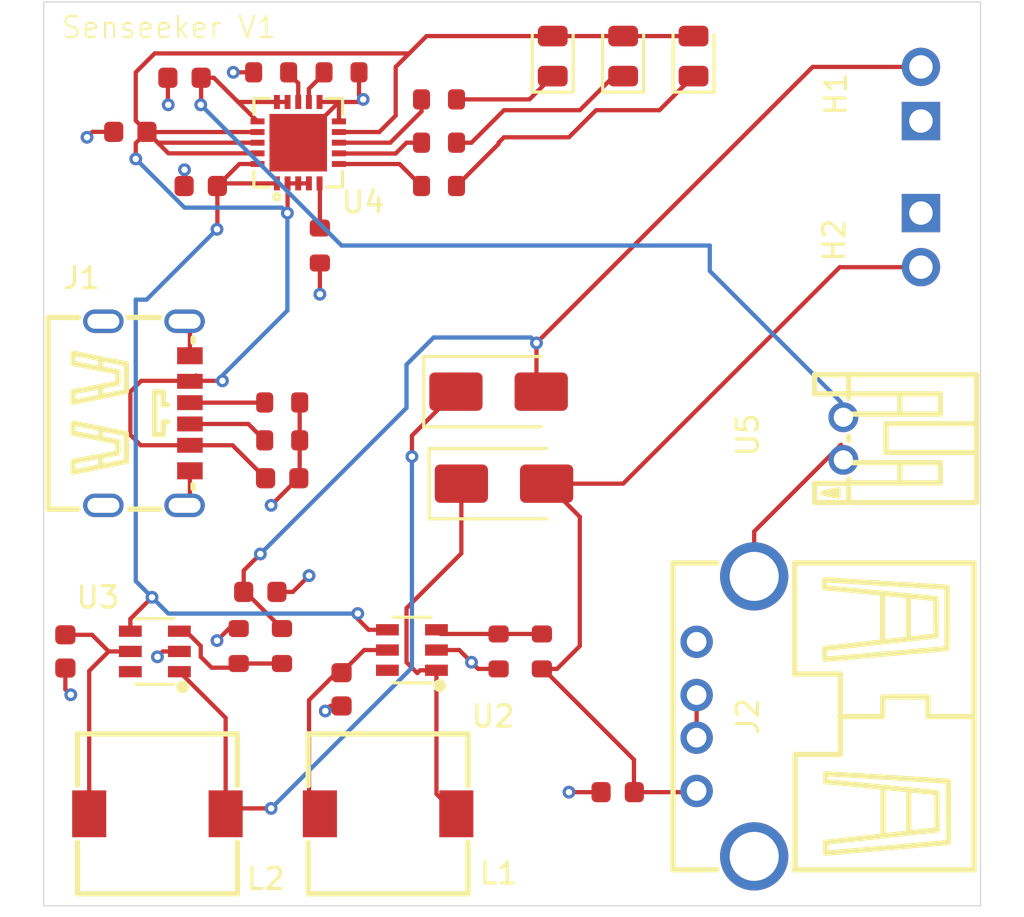
<source format=kicad_pcb>
(kicad_pcb (version 20241229) (generator "pcbnew") (generator_version "9.0")
  (layers (0 "F.Cu" signal) (2 "B.Cu" signal) (13 "F.Paste" user) (15 "B.Paste" user) (5 "F.SilkS" user "F.Silkscreen") (7 "B.SilkS" user "B.Silkscreen") (1 "F.Mask" user) (3 "B.Mask" user) (25 "Edge.Cuts" user))
  (net 0 "")
  (net 1 "/VSYS")
  (net 2 "Net-(U4-STAT1{slash}~{LBO})")
  (net 3 "VBUS")
  (net 4 "GND")
  (net 5 "Net-(U4-STAT2)")
  (net 6 "Net-(U4-THERM)")
  (net 7 "Net-(U4-~{PG})")
  (net 8 "Net-(U4-PROG1)")
  (net 9 "Net-(U4-PROG3)")
  (net 10 "Net-(U2-IN)")
  (net 11 "Net-(U4-V_{BAT_SENSE})")
  (net 12 "Net-(U2-FB)")
  (net 14 "Net-(U3-IN)")
  (net 15 "Net-(U3-FB)")
  (net 17 "Net-(U3-SW)")
  (net 18 "/5 Vout")
  (net 19 "Net-(J1-CC1)")
  (net 20 "Net-(J1-CC2)")
  (net 21 "Net-(U2-SW)")
  (net 22 "Net-(D1-Pad1)")
  (net 23 "Net-(D2-Pad1)")
  (net 24 "Net-(D3-Pad1)")
  (net 25 "/12 Vout")
  (net 26 "Net-(J2-D+)")
  (footprint "PCM_JLCPCB:C_0603" (layer "F.Cu") (at 57.15 83.566 180)
    (property "Reference" "C3" (hide yes))
    (property "Value" "22uF")
    (pad "1" smd roundrect (at -0.78 0 180) (size 0.9 0.95) (layers "F.Cu" "F.Mask" "F.Paste") (net 4 "GND"))
    (pad "2" smd roundrect (at 0.78 0 180) (size 0.9 0.95) (layers "F.Cu" "F.Mask" "F.Paste") (net 25 "/12 Vout"))
  )
  (footprint "easyeda2kicad:IND-SMD_L7.5-W7.5" (layer "F.Cu") (at 63.144 93.98)
    (property "Reference" "L1" (at 5.182 2.794 0) (layer "F.SilkS"))
    (property "Value" "22uH")
    (pad "1" smd rect (at -3.2 0 90) (size 2.2 1.6) (layers "F.Cu" "F.Mask" "F.Paste") (net 10 "Net-(U2-IN)"))
    (pad "2" smd rect (at 3.2 0 90) (size 2.2 1.6) (layers "F.Cu" "F.Mask" "F.Paste") (net 21 "Net-(U2-SW)"))
  )
  (footprint "PCM_JLCPCB:R_0603" (layer "F.Cu") (at 58.166 86.106 -90)
    (property "Reference" "R8" (hide yes))
    (property "Value" "91kΩ")
    (pad "1" smd roundrect (at -0.82 0 270) (size 0.8 0.95) (layers "F.Cu" "F.Mask" "F.Paste") (net 25 "/12 Vout"))
    (pad "2" smd roundrect (at 0.82 0 270) (size 0.8 0.95) (layers "F.Cu" "F.Mask" "F.Paste") (net 15 "Net-(U3-FB)"))
  )
  (footprint "easyeda2kicad:HDR-TH_2P-P2.54-V-M-1" (layer "F.Cu") (at 88.138 60.198 90)
    (property "Reference" "H1" (at 0 -4 90) (layer "F.SilkS"))
    (property "Value" "12V_Sensor")
    (pad "1" thru_hole rect (at -1.27 0 90) (size 1.8 1.8) (drill 1.100023) (layers "*.Cu" "*.Mask") (net 4 "GND"))
    (pad "2" thru_hole circle (at 1.27 0 90) (size 1.8 1.8) (drill 1.100023) (layers "*.Cu" "*.Mask") (net 25 "/12 Vout"))
  )
  (footprint "PCM_JLCPCB:R_0603" (layer "F.Cu") (at 60.96 59.182)
    (property "Reference" "RPROG3" (hide yes))
    (property "Value" "10kΩ")
    (pad "1" smd roundrect (at -0.82 0) (size 0.8 0.95) (layers "F.Cu" "F.Mask" "F.Paste") (net 9 "Net-(U4-PROG3)"))
    (pad "2" smd roundrect (at 0.82 0) (size 0.8 0.95) (layers "F.Cu" "F.Mask" "F.Paste") (net 4 "GND"))
  )
  (footprint "PCM_JLCPCB:R_0603" (layer "F.Cu") (at 65.532 62.484 180)
    (property "Reference" "R6" (hide yes))
    (property "Value" "470Ω")
    (pad "1" smd roundrect (at -0.82 0 180) (size 0.8 0.95) (layers "F.Cu" "F.Mask" "F.Paste") (net 24 "Net-(D3-Pad1)"))
    (pad "2" smd roundrect (at 0.82 0 180) (size 0.8 0.95) (layers "F.Cu" "F.Mask" "F.Paste") (net 5 "Net-(U4-STAT2)"))
  )
  (footprint "PCM_JLCPCB:R_0603" (layer "F.Cu") (at 65.532 60.452 180)
    (property "Reference" "R7" (hide yes))
    (property "Value" "470Ω")
    (pad "1" smd roundrect (at -0.82 0 180) (size 0.8 0.95) (layers "F.Cu" "F.Mask" "F.Paste") (net 22 "Net-(D1-Pad1)"))
    (pad "2" smd roundrect (at 0.82 0 180) (size 0.8 0.95) (layers "F.Cu" "F.Mask" "F.Paste") (net 2 "Net-(U4-STAT1{slash}~{LBO})"))
  )
  (footprint "PCM_JLCPCB:R_0603" (layer "F.Cu") (at 58.1765 76.454)
    (property "Reference" "R2" (hide yes))
    (property "Value" "5.1kΩ")
    (pad "1" smd roundrect (at -0.82 0) (size 0.8 0.95) (layers "F.Cu" "F.Mask" "F.Paste") (net 20 "Net-(J1-CC2)"))
    (pad "2" smd roundrect (at 0.82 0) (size 0.8 0.95) (layers "F.Cu" "F.Mask" "F.Paste") (net 4 "GND"))
  )
  (footprint "PCM_JLCPCB:C_0603" (layer "F.Cu") (at 60.96 88.138 -90)
    (property "Reference" "C7" (hide yes))
    (property "Value" "22uF")
    (pad "1" smd roundrect (at -0.78 0 270) (size 0.9 0.95) (layers "F.Cu" "F.Mask" "F.Paste") (net 10 "Net-(U2-IN)"))
    (pad "2" smd roundrect (at 0.78 0 270) (size 0.9 0.95) (layers "F.Cu" "F.Mask" "F.Paste") (net 4 "GND"))
  )
  (footprint "PCM_JLCPCB:R_0603" (layer "F.Cu") (at 58.1765 74.676)
    (property "Reference" "R1" (hide yes))
    (property "Value" "5.1kΩ")
    (pad "1" smd roundrect (at -0.82 0) (size 0.8 0.95) (layers "F.Cu" "F.Mask" "F.Paste") (net 19 "Net-(J1-CC1)"))
    (pad "2" smd roundrect (at 0.82 0) (size 0.8 0.95) (layers "F.Cu" "F.Mask" "F.Paste") (net 4 "GND"))
  )
  (footprint "easyeda2kicad:TYPE-C-SMD_TYPE-C-6P" (layer "F.Cu") (at 51.818 75.184 -90)
    (property "Reference" "J1" (at -6.35 3.05 180) (layer "F.SilkS"))
    (property "Value" "USB_C_Receptacle_PowerOnly_6P")
    (pad "A5" smd rect (at -0.5 -2.03 270) (size 0.7 1.2) (layers "F.Cu" "F.Mask" "F.Paste") (net 19 "Net-(J1-CC1)"))
    (pad "A9" smd rect (at 1.5 -2.03 270) (size 0.7 1.2) (layers "F.Cu" "F.Mask" "F.Paste") (net 3 "VBUS"))
    (pad "A12" smd rect (at 2.7 -2.03 270) (size 0.8 1.2) (layers "F.Cu" "F.Mask" "F.Paste") (net 4 "GND"))
    (pad "B5" smd rect (at 0.5 -2.03 270) (size 0.7 1.2) (layers "F.Cu" "F.Mask" "F.Paste") (net 20 "Net-(J1-CC2)"))
    (pad "B9" smd rect (at -1.5 -2.03 270) (size 0.7 1.2) (layers "F.Cu" "F.Mask" "F.Paste") (net 3 "VBUS"))
    (pad "B12" smd rect (at -2.7 -2.03 270) (size 0.8 1.2) (layers "F.Cu" "F.Mask" "F.Paste") (net 4 "GND"))
    (pad "S1" thru_hole oval (at -4.32 -1.78 270) (size 1.1 1.9) (drill oval 0.700024 1.500022) (layers "*.Cu" "*.Mask") (net 4 "GND"))
    (pad "S1" thru_hole oval (at -4.32 2.03 270) (size 1.1 1.9) (drill oval 0.700024 1.500022) (layers "*.Cu" "*.Mask") (net 4 "GND"))
    (pad "S1" thru_hole oval (at 4.32 -1.78 270) (size 1.1 1.9) (drill oval 0.700024 1.500022) (layers "*.Cu" "*.Mask") (net 4 "GND"))
    (pad "S1" thru_hole oval (at 4.32 2.03 270) (size 1.1 1.9) (drill oval 0.700024 1.500022) (layers "*.Cu" "*.Mask") (net 4 "GND"))
  )
  (footprint "PCM_JLCPCB:R_0603" (layer "F.Cu") (at 59.944 67.31 -90)
    (property "Reference" "R5" (hide yes))
    (property "Value" "10kΩ")
    (pad "1" smd roundrect (at -0.82 0 270) (size 0.8 0.95) (layers "F.Cu" "F.Mask" "F.Paste") (net 6 "Net-(U4-THERM)"))
    (pad "2" smd roundrect (at 0.82 0 270) (size 0.8 0.95) (layers "F.Cu" "F.Mask" "F.Paste") (net 4 "GND"))
  )
  (footprint "easyeda2kicad:SOT-23-6_L2.9-W1.6-P0.95-LS2.8-BL" (layer "F.Cu") (at 64.262 86.294 90)
    (property "Reference" "U2" (at -3.114 3.81 180) (layer "F.SilkS"))
    (property "Value" "MT3608")
    (pad "1" smd rect (at -0.95 1.15 90) (size 0.53 1.07) (layers "F.Cu" "F.Mask" "F.Paste") (net 21 "Net-(U2-SW)"))
    (pad "2" smd rect (at 0 1.15 90) (size 0.53 1.07) (layers "F.Cu" "F.Mask" "F.Paste") (net 4 "GND"))
    (pad "3" smd rect (at 0.95 1.15 90) (size 0.53 1.07) (layers "F.Cu" "F.Mask" "F.Paste") (net 12 "Net-(U2-FB)"))
    (pad "4" smd rect (at 0.95 -1.15 90) (size 0.53 1.07) (layers "F.Cu" "F.Mask" "F.Paste") (net 1 "/VSYS"))
    (pad "5" smd rect (at 0 -1.15 90) (size 0.53 1.07) (layers "F.Cu" "F.Mask" "F.Paste") (net 10 "Net-(U2-IN)"))
    (pad "6" smd rect (at -0.95 -1.15 90) (size 0.53 1.07) (layers "F.Cu" "F.Mask" "F.Paste"))
  )
  (footprint "PCM_JLCPCB:C_0603" (layer "F.Cu") (at 51.054 61.976 180)
    (property "Reference" "C2" (hide yes))
    (property "Value" "100nF")
    (pad "1" smd roundrect (at -0.78 0 180) (size 0.9 0.95) (layers "F.Cu" "F.Mask" "F.Paste") (net 3 "VBUS"))
    (pad "2" smd roundrect (at 0.78 0 180) (size 0.9 0.95) (layers "F.Cu" "F.Mask" "F.Paste") (net 4 "GND"))
  )
  (footprint "PCM_JLCPCB:C_0603" (layer "F.Cu") (at 73.914 92.964)
    (property "Reference" "C4" (hide yes))
    (property "Value" "22uF")
    (pad "1" smd roundrect (at -0.78 0) (size 0.9 0.95) (layers "F.Cu" "F.Mask" "F.Paste") (net 4 "GND"))
    (pad "2" smd roundrect (at 0.78 0) (size 0.9 0.95) (layers "F.Cu" "F.Mask" "F.Paste") (net 18 "/5 Vout"))
  )
  (footprint "easyeda2kicad:CONN-TH_S2B-PH-K-S-GW" (layer "F.Cu") (at 84.498218 76.37041 -90)
    (property "Reference" "U5" (at -0.17041 4.488218 90) (layer "F.SilkS"))
    (property "Value" "Battery Input")
    (pad "1" thru_hole circle (at 1 0 270) (size 1.4 1.4) (drill 0.900024) (layers "*.Cu" "*.Mask") (net 4 "GND"))
    (pad "2" thru_hole circle (at -1 0 270) (size 1.4 1.4) (drill 0.900024) (layers "*.Cu" "*.Mask") (net 11 "Net-(U4-V_{BAT_SENSE})"))
  )
  (footprint "PCM_JLCPCB:D_SMA" (layer "F.Cu") (at 68.58 78.486)
    (property "Reference" "D5" (hide yes))
    (property "Value" "SS34")
    (pad "1" smd roundrect (at -2 0) (size 2.5 1.8) (layers "F.Cu" "F.Mask" "F.Paste") (roundrect_rratio 0.1388888889) (net 21 "Net-(U2-SW)"))
    (pad "2" smd roundrect (at 2 0) (size 2.5 1.8) (layers "F.Cu" "F.Mask" "F.Paste") (roundrect_rratio 0.1388888889) (net 18 "/5 Vout"))
  )
  (footprint "easyeda2kicad:SOT-23-6_L2.9-W1.6-P0.95-LS2.8-BL" (layer "F.Cu") (at 52.204 86.36 90)
    (property "Reference" "U3" (at 2.54 -2.674 180) (layer "F.SilkS"))
    (property "Value" "MT3608")
    (pad "1" smd rect (at -0.95 1.15 90) (size 0.53 1.07) (layers "F.Cu" "F.Mask" "F.Paste") (net 17 "Net-(U3-SW)"))
    (pad "2" smd rect (at 0 1.15 90) (size 0.53 1.07) (layers "F.Cu" "F.Mask" "F.Paste") (net 4 "GND"))
    (pad "3" smd rect (at 0.95 1.15 90) (size 0.53 1.07) (layers "F.Cu" "F.Mask" "F.Paste") (net 15 "Net-(U3-FB)"))
    (pad "4" smd rect (at 0.95 -1.15 90) (size 0.53 1.07) (layers "F.Cu" "F.Mask" "F.Paste") (net 1 "/VSYS"))
    (pad "5" smd rect (at 0 -1.15 90) (size 0.53 1.07) (layers "F.Cu" "F.Mask" "F.Paste") (net 14 "Net-(U3-IN)"))
    (pad "6" smd rect (at -0.95 -1.15 90) (size 0.53 1.07) (layers "F.Cu" "F.Mask" "F.Paste"))
  )
  (footprint "PCM_JLCPCB:R_0603" (layer "F.Cu") (at 68.326 86.36 -90)
    (property "Reference" "R3" (hide yes))
    (property "Value" "3kΩ")
    (pad "1" smd roundrect (at -0.82 0 270) (size 0.8 0.95) (layers "F.Cu" "F.Mask" "F.Paste") (net 12 "Net-(U2-FB)"))
    (pad "2" smd roundrect (at 0.82 0 270) (size 0.8 0.95) (layers "F.Cu" "F.Mask" "F.Paste") (net 4 "GND"))
  )
  (footprint "PCM_JLCPCB:D_0805" (layer "F.Cu") (at 70.866 58.42 90)
    (property "Reference" "D1" (hide yes))
    (property "Value" "Red")
    (pad "1" smd roundrect (at -0.94 0 90) (size 0.97 1.4) (layers "F.Cu" "F.Mask" "F.Paste") (net 22 "Net-(D1-Pad1)"))
    (pad "2" smd roundrect (at 0.94 0 90) (size 0.97 1.4) (layers "F.Cu" "F.Mask" "F.Paste") (net 3 "VBUS"))
  )
  (footprint "PCM_JLCPCB:R_0603" (layer "F.Cu") (at 57.658 59.182)
    (property "Reference" "RPROG1" (hide yes))
    (property "Value" "1kΩ")
    (pad "1" smd roundrect (at -0.82 0) (size 0.8 0.95) (layers "F.Cu" "F.Mask" "F.Paste") (net 4 "GND"))
    (pad "2" smd roundrect (at 0.82 0) (size 0.8 0.95) (layers "F.Cu" "F.Mask" "F.Paste") (net 8 "Net-(U4-PROG1)"))
  )
  (footprint "PCM_JLCPCB:D_0805" (layer "F.Cu") (at 77.47 58.42 90)
    (property "Reference" "D2" (hide yes))
    (property "Value" "Yellow")
    (pad "1" smd roundrect (at -0.94 0 90) (size 0.97 1.4) (layers "F.Cu" "F.Mask" "F.Paste") (net 23 "Net-(D2-Pad1)"))
    (pad "2" smd roundrect (at 0.94 0 90) (size 0.97 1.4) (layers "F.Cu" "F.Mask" "F.Paste") (net 3 "VBUS"))
  )
  (footprint "PCM_JLCPCB:R_0603" (layer "F.Cu") (at 65.532 64.516 180)
    (property "Reference" "R11" (hide yes))
    (property "Value" "470Ω")
    (pad "1" smd roundrect (at -0.82 0 180) (size 0.8 0.95) (layers "F.Cu" "F.Mask" "F.Paste") (net 23 "Net-(D2-Pad1)"))
    (pad "2" smd roundrect (at 0.82 0 180) (size 0.8 0.95) (layers "F.Cu" "F.Mask" "F.Paste") (net 7 "Net-(U4-~{PG})"))
  )
  (footprint "easyeda2kicad:USB-A-TH_AF-WJDG" (layer "F.Cu") (at 78.966 89.408 90)
    (property "Reference" "J2" (at 0 1.044 90) (layer "F.SilkS"))
    (property "Value" "USB_A")
    (pad "1" thru_hole circle (at -3.5 -1.35) (size 1.52 1.52) (drill 0.919988) (layers "*.Cu" "*.Mask") (net 18 "/5 Vout"))
    (pad "2" thru_hole circle (at -1 -1.35) (size 1.52 1.52) (drill 0.919988) (layers "*.Cu" "*.Mask") (net 26 "Net-(J2-D+)"))
    (pad "3" thru_hole circle (at 1 -1.35) (size 1.52 1.52) (drill 0.919988) (layers "*.Cu" "*.Mask") (net 26 "Net-(J2-D+)"))
    (pad "4" thru_hole circle (at 3.5 -1.35) (size 1.52 1.52) (drill 0.919988) (layers "*.Cu" "*.Mask") (net 4 "GND"))
    (pad "5" thru_hole circle (at -6.57 1.35 180) (size 3.2 3.2) (drill 2.300021) (layers "*.Cu" "*.Mask") (net 4 "GND"))
    (pad "5" thru_hole circle (at 6.57 1.35 180) (size 3.2 3.2) (drill 2.300021) (layers "*.Cu" "*.Mask") (net 4 "GND"))
  )
  (footprint "PCM_JLCPCB:C_0603" (layer "F.Cu") (at 53.594 59.436)
    (property "Reference" "C1" (hide yes))
    (property "Value" "4.7uF")
    (pad "1" smd roundrect (at -0.78 0) (size 0.9 0.95) (layers "F.Cu" "F.Mask" "F.Paste") (net 4 "GND"))
    (pad "2" smd roundrect (at 0.78 0) (size 0.9 0.95) (layers "F.Cu" "F.Mask" "F.Paste") (net 11 "Net-(U4-V_{BAT_SENSE})"))
  )
  (footprint "easyeda2kicad:IND-SMD_L7.5-W7.5" (layer "F.Cu") (at 52.324 93.98)
    (property "Reference" "L2" (at 5.08 3.048 0) (layer "F.SilkS"))
    (property "Value" "22uH")
    (pad "1" smd rect (at -3.2 0 90) (size 2.2 1.6) (layers "F.Cu" "F.Mask" "F.Paste") (net 14 "Net-(U3-IN)"))
    (pad "2" smd rect (at 3.2 0 90) (size 2.2 1.6) (layers "F.Cu" "F.Mask" "F.Paste") (net 17 "Net-(U3-SW)"))
  )
  (footprint "PCM_JLCPCB:C_0603" (layer "F.Cu") (at 54.356 64.516)
    (property "Reference" "C6" (hide yes))
    (property "Value" "4.7uF")
    (pad "1" smd roundrect (at -0.78 0) (size 0.9 0.95) (layers "F.Cu" "F.Mask" "F.Paste") (net 4 "GND"))
    (pad "2" smd roundrect (at 0.78 0) (size 0.9 0.95) (layers "F.Cu" "F.Mask" "F.Paste") (net 1 "/VSYS"))
  )
  (footprint "PCM_JLCPCB:D_0805" (layer "F.Cu") (at 74.168 58.42 90)
    (property "Reference" "D3" (hide yes))
    (property "Value" "Green")
    (pad "1" smd roundrect (at -0.94 0 90) (size 0.97 1.4) (layers "F.Cu" "F.Mask" "F.Paste") (net 24 "Net-(D3-Pad1)"))
    (pad "2" smd roundrect (at 0.94 0 90) (size 0.97 1.4) (layers "F.Cu" "F.Mask" "F.Paste") (net 3 "VBUS"))
  )
  (footprint "PCM_JLCPCB:C_0603" (layer "F.Cu") (at 58.1765 78.232 180)
    (property "Reference" "C8" (hide yes))
    (property "Value" "10uF")
    (pad "1" smd roundrect (at -0.78 0 180) (size 0.9 0.95) (layers "F.Cu" "F.Mask" "F.Paste") (net 4 "GND"))
    (pad "2" smd roundrect (at 0.78 0 180) (size 0.9 0.95) (layers "F.Cu" "F.Mask" "F.Paste") (net 3 "VBUS"))
  )
  (footprint "easyeda2kicad:QFN-20_L4.0-W4.0-P0.5-BL-EP" (layer "F.Cu") (at 58.928 62.484)
    (property "Reference" "U4" (at 3.048 2.794 0) (layer "F.SilkS"))
    (property "Value" "MCP73871")
    (pad "1" smd rect (at -1 1.91) (size 0.28 0.66) (layers "F.Cu" "F.Mask" "F.Paste") (net 1 "/VSYS"))
    (pad "2" smd rect (at -0.5 1.91) (size 0.28 0.66) (layers "F.Cu" "F.Mask" "F.Paste") (net 3 "VBUS"))
    (pad "3" smd rect (at 0 1.91) (size 0.28 0.66) (layers "F.Cu" "F.Mask" "F.Paste") (net 3 "VBUS"))
    (pad "4" smd rect (at 0.5 1.91) (size 0.28 0.66) (layers "F.Cu" "F.Mask" "F.Paste") (net 3 "VBUS"))
    (pad "5" smd rect (at 1 1.91) (size 0.28 0.66) (layers "F.Cu" "F.Mask" "F.Paste") (net 6 "Net-(U4-THERM)"))
    (pad "6" smd rect (at 1.91 1) (size 0.66 0.28) (layers "F.Cu" "F.Mask" "F.Paste") (net 7 "Net-(U4-~{PG})"))
    (pad "7" smd rect (at 1.91 0.5) (size 0.66 0.28) (layers "F.Cu" "F.Mask" "F.Paste") (net 5 "Net-(U4-STAT2)"))
    (pad "8" smd rect (at 1.91 0) (size 0.66 0.28) (layers "F.Cu" "F.Mask" "F.Paste") (net 2 "Net-(U4-STAT1{slash}~{LBO})"))
    (pad "9" smd rect (at 1.91 -0.5) (size 0.66 0.28) (layers "F.Cu" "F.Mask" "F.Paste") (net 3 "VBUS"))
    (pad "10" smd rect (at 1.91 -1) (size 0.66 0.28) (layers "F.Cu" "F.Mask" "F.Paste") (net 4 "GND"))
    (pad "11" smd rect (at 1 -1.91) (size 0.28 0.66) (layers "F.Cu" "F.Mask" "F.Paste") (net 4 "GND"))
    (pad "12" smd rect (at 0.5 -1.91) (size 0.28 0.66) (layers "F.Cu" "F.Mask" "F.Paste") (net 9 "Net-(U4-PROG3)"))
    (pad "13" smd rect (at 0 -1.91) (size 0.28 0.66) (layers "F.Cu" "F.Mask" "F.Paste") (net 8 "Net-(U4-PROG1)"))
    (pad "14" smd rect (at -0.5 -1.91) (size 0.28 0.66) (layers "F.Cu" "F.Mask" "F.Paste") (net 11 "Net-(U4-V_{BAT_SENSE})"))
    (pad "15" smd rect (at -1 -1.91) (size 0.28 0.66) (layers "F.Cu" "F.Mask" "F.Paste") (net 11 "Net-(U4-V_{BAT_SENSE})"))
    (pad "16" smd rect (at -1.91 -1) (size 0.66 0.28) (layers "F.Cu" "F.Mask" "F.Paste") (net 11 "Net-(U4-V_{BAT_SENSE})"))
    (pad "17" smd rect (at -1.91 -0.5) (size 0.66 0.28) (layers "F.Cu" "F.Mask" "F.Paste") (net 3 "VBUS"))
    (pad "18" smd rect (at -1.91 0) (size 0.66 0.28) (layers "F.Cu" "F.Mask" "F.Paste") (net 3 "VBUS"))
    (pad "19" smd rect (at -1.91 0.5) (size 0.66 0.28) (layers "F.Cu" "F.Mask" "F.Paste") (net 3 "VBUS"))
    (pad "20" smd rect (at -1.91 1) (size 0.66 0.28) (layers "F.Cu" "F.Mask" "F.Paste") (net 1 "/VSYS"))
    (pad "21" smd rect (at 0 0) (size 2.7 2.7) (layers "F.Cu" "F.Mask" "F.Paste") (net 4 "GND"))
  )
  (footprint "PCM_JLCPCB:D_SMA" (layer "F.Cu") (at 68.326 74.168)
    (property "Reference" "D4" (hide yes))
    (property "Value" "SS34")
    (pad "1" smd roundrect (at -2 0) (size 2.5 1.8) (layers "F.Cu" "F.Mask" "F.Paste") (roundrect_rratio 0.1388888889) (net 17 "Net-(U3-SW)"))
    (pad "2" smd roundrect (at 2 0) (size 2.5 1.8) (layers "F.Cu" "F.Mask" "F.Paste") (roundrect_rratio 0.1388888889) (net 25 "/12 Vout"))
  )
  (footprint "easyeda2kicad:HDR-TH_2P-P2.54-V-M-1" (layer "F.Cu") (at 88.138 67.056 -90)
    (property "Reference" "H2" (at 0 4.064 90) (layer "F.SilkS"))
    (property "Value" "RaspberryPI")
    (pad "1" thru_hole rect (at -1.27 0 270) (size 1.8 1.8) (drill 1.100023) (layers "*.Cu" "*.Mask") (net 4 "GND"))
    (pad "2" thru_hole circle (at 1.27 0 270) (size 1.8 1.8) (drill 1.100023) (layers "*.Cu" "*.Mask") (net 18 "/5 Vout"))
  )
  (footprint "PCM_JLCPCB:C_0603" (layer "F.Cu") (at 48.006 86.36 -90)
    (property "Reference" "C5" (hide yes))
    (property "Value" "22uF")
    (pad "1" smd roundrect (at -0.78 0 270) (size 0.9 0.95) (layers "F.Cu" "F.Mask" "F.Paste") (net 14 "Net-(U3-IN)"))
    (pad "2" smd roundrect (at 0.78 0 270) (size 0.9 0.95) (layers "F.Cu" "F.Mask" "F.Paste") (net 4 "GND"))
  )
  (footprint "PCM_JLCPCB:R_0603" (layer "F.Cu") (at 70.358 86.36 90)
    (property "Reference" "R10" (hide yes))
    (property "Value" "22kΩ")
    (pad "1" smd roundrect (at -0.82 0 90) (size 0.8 0.95) (layers "F.Cu" "F.Mask" "F.Paste") (net 18 "/5 Vout"))
    (pad "2" smd roundrect (at 0.82 0 90) (size 0.8 0.95) (layers "F.Cu" "F.Mask" "F.Paste") (net 12 "Net-(U2-FB)"))
  )
  (footprint "PCM_JLCPCB:R_0603" (layer "F.Cu") (at 56.134 86.106 90)
    (property "Reference" "R9" (hide yes))
    (property "Value" "4.7kΩ")
    (pad "1" smd roundrect (at -0.82 0 90) (size 0.8 0.95) (layers "F.Cu" "F.Mask" "F.Paste") (net 15 "Net-(U3-FB)"))
    (pad "2" smd roundrect (at 0.82 0 90) (size 0.8 0.95) (layers "F.Cu" "F.Mask" "F.Paste") (net 4 "GND"))
  )
  (gr_rect (start 46.99 55.88) (end 90.932 98.298) (stroke (width 0.05)) (fill no) (layer "Edge.Cuts"))
  (gr_text "Senseeker V1" (at 47.752 57.658 0) (layer "F.SilkS") (effects (font (size 1 1) (thickness 0.1)) (justify left bottom)))
  (segment (start 56.168 63.484) (end 55.136 64.516) (width 0.2) (layer "F.Cu") (net 1))
  (segment (start 55.136 66.53) (end 55.118 66.548) (width 0.2) (layer "F.Cu") (net 1))
  (segment (start 55.258 64.394) (end 55.136 64.516) (width 0.2) (layer "F.Cu") (net 1))
  (segment (start 57.928 64.394) (end 55.258 64.394) (width 0.2) (layer "F.Cu") (net 1))
  (segment (start 55.136 64.516) (end 55.136 66.53) (width 0.2) (layer "F.Cu") (net 1))
  (segment (start 51.054 84.836) (end 51.054 85.41) (width 0.2) (layer "F.Cu") (net 1))
  (segment (start 57.018 63.484) (end 56.168 63.484) (width 0.2) (layer "F.Cu") (net 1))
  (segment (start 52.07 83.82) (end 51.054 84.836) (width 0.2) (layer "F.Cu") (net 1))
  (segment (start 61.722 84.836) (end 61.722 84.582) (width 0.2) (layer "F.Cu") (net 1))
  (segment (start 62.23 85.344) (end 63.112 85.344) (width 0.2) (layer "F.Cu") (net 1))
  (segment (start 62.23 85.344) (end 61.722 84.836) (width 0.2) (layer "F.Cu") (net 1))
  (via (at 61.722 84.582) (size 0.6) (drill 0.3) (layers "F.Cu" "B.Cu") (net 1))
  (via (at 55.118 66.548) (size 0.6) (drill 0.3) (layers "F.Cu" "B.Cu") (net 1))
  (via (at 52.07 83.82) (size 0.6) (drill 0.3) (layers "F.Cu" "B.Cu") (net 1))
  (segment (start 55.118 66.548) (end 51.816 69.85) (width 0.2) (layer "B.Cu") (net 1))
  (segment (start 61.722 84.582) (end 52.832 84.582) (width 0.2) (layer "B.Cu") (net 1))
  (segment (start 51.308 83.058) (end 52.07 83.82) (width 0.2) (layer "B.Cu") (net 1))
  (segment (start 51.308 69.85) (end 51.308 83.058) (width 0.2) (layer "B.Cu") (net 1))
  (segment (start 51.816 69.85) (end 51.308 69.85) (width 0.2) (layer "B.Cu") (net 1))
  (segment (start 52.832 84.582) (end 52.07 83.82) (width 0.2) (layer "B.Cu") (net 1))
  (segment (start 64.712 60.452) (end 64.712 61.018) (width 0.2) (layer "F.Cu") (net 2))
  (segment (start 63.246 62.484) (end 60.838 62.484) (width 0.2) (layer "F.Cu") (net 2))
  (segment (start 64.712 61.018) (end 63.246 62.484) (width 0.2) (layer "F.Cu") (net 2))
  (segment (start 52.342 62.484) (end 51.834 61.976) (width 0.2) (layer "F.Cu") (net 3))
  (segment (start 53.872 73.66) (end 53.848 73.684) (width 0.2) (layer "F.Cu") (net 3))
  (segment (start 63.5 58.928) (end 64.135 58.293) (width 0.2) (layer "F.Cu") (net 3))
  (segment (start 51.54 76.684) (end 51.056 76.2) (width 0.2) (layer "F.Cu") (net 3))
  (segment (start 51.842 61.984) (end 51.834 61.976) (width 0.2) (layer "F.Cu") (net 3))
  (segment (start 51.308 61.45) (end 51.834 61.976) (width 0.2) (layer "F.Cu") (net 3))
  (segment (start 54.126 73.406) (end 53.848 73.684) (width 0.2) (layer "F.Cu") (net 3))
  (segment (start 52.842 62.984) (end 51.834 61.976) (width 0.2) (layer "F.Cu") (net 3))
  (segment (start 74.168 57.48) (end 77.47 57.48) (width 0.2) (layer "F.Cu") (net 3))
  (segment (start 55.8485 76.684) (end 57.3965 78.232) (width 0.2) (layer "F.Cu") (net 3))
  (segment (start 52.197 58.293) (end 51.308 59.182) (width 0.2) (layer "F.Cu") (net 3))
  (segment (start 63.5 61.214) (end 63.5 58.928) (width 0.2) (layer "F.Cu") (net 3))
  (segment (start 51.056 76.2) (end 51.056 74.168) (width 0.2) (layer "F.Cu") (net 3))
  (segment (start 53.848 76.684) (end 55.8485 76.684) (width 0.2) (layer "F.Cu") (net 3))
  (segment (start 51.564 73.66) (end 53.824 73.66) (width 0.2) (layer "F.Cu") (net 3))
  (segment (start 57.018 62.984) (end 52.842 62.984) (width 0.2) (layer "F.Cu") (net 3))
  (segment (start 58.428 64.394) (end 58.428 65.778) (width 0.2) (layer "F.Cu") (net 3))
  (segment (start 64.135 58.293) (end 64.948 57.48) (width 0.2) (layer "F.Cu") (net 3))
  (segment (start 64.948 57.48) (end 70.866 57.48) (width 0.2) (layer "F.Cu") (net 3))
  (segment (start 58.428 65.778) (end 58.42 65.786) (width 0.2) (layer "F.Cu") (net 3))
  (segment (start 51.056 74.168) (end 51.564 73.66) (width 0.2) (layer "F.Cu") (net 3))
  (segment (start 55.374 73.66) (end 53.872 73.66) (width 0.2) (layer "F.Cu") (net 3))
  (segment (start 58.928 64.394) (end 58.428 64.394) (width 0.2) (layer "F.Cu") (net 3))
  (segment (start 59.428 64.394) (end 58.928 64.394) (width 0.2) (layer "F.Cu") (net 3))
  (segment (start 53.824 73.66) (end 53.848 73.684) (width 0.2) (layer "F.Cu") (net 3))
  (segment (start 62.73 61.984) (end 63.5 61.214) (width 0.2) (layer "F.Cu") (net 3))
  (segment (start 57.018 61.984) (end 51.842 61.984) (width 0.2) (layer "F.Cu") (net 3))
  (segment (start 70.688 57.658) (end 70.866 57.48) (width 0.2) (layer "F.Cu") (net 3))
  (segment (start 53.848 76.684) (end 51.54 76.684) (width 0.2) (layer "F.Cu") (net 3))
  (segment (start 51.308 63.246) (end 51.308 62.502) (width 0.2) (layer "F.Cu") (net 3))
  (segment (start 57.018 62.484) (end 52.342 62.484) (width 0.2) (layer "F.Cu") (net 3))
  (segment (start 64.135 58.293) (end 52.197 58.293) (width 0.2) (layer "F.Cu") (net 3))
  (segment (start 60.838 61.984) (end 62.73 61.984) (width 0.2) (layer "F.Cu") (net 3))
  (segment (start 70.866 57.48) (end 74.168 57.48) (width 0.2) (layer "F.Cu") (net 3))
  (segment (start 51.308 62.502) (end 51.834 61.976) (width 0.2) (layer "F.Cu") (net 3))
  (segment (start 51.308 59.182) (end 51.308 61.45) (width 0.2) (layer "F.Cu") (net 3))
  (via (at 58.42 65.786) (size 0.6) (drill 0.3) (layers "F.Cu" "B.Cu") (net 3))
  (via (at 55.374 73.66) (size 0.6) (drill 0.3) (layers "F.Cu" "B.Cu") (net 3))
  (via (at 51.308 63.246) (size 0.6) (drill 0.3) (layers "F.Cu" "B.Cu") (net 3))
  (segment (start 53.594 65.532) (end 51.308 63.246) (width 0.2) (layer "B.Cu") (net 3))
  (segment (start 58.42 70.358) (end 55.118 73.66) (width 0.2) (layer "B.Cu") (net 3))
  (segment (start 58.166 65.532) (end 53.594 65.532) (width 0.2) (layer "B.Cu") (net 3))
  (segment (start 58.42 65.786) (end 58.166 65.532) (width 0.2) (layer "B.Cu") (net 3))
  (segment (start 58.42 65.786) (end 58.42 70.358) (width 0.2) (layer "B.Cu") (net 3))
  (segment (start 53.848 71.114) (end 53.598 70.864) (width 0.2) (layer "F.Cu") (net 4))
  (segment (start 60.838 60.574) (end 60.96 60.574) (width 0.2) (layer "F.Cu") (net 4))
  (segment (start 52.578 86.36) (end 53.354 86.36) (width 0.2) (layer "F.Cu") (net 4))
  (segment (start 50.274 61.976) (end 49.276 61.976) (width 0.2) (layer "F.Cu") (net 4))
  (segment (start 84.3855 76.6595) (end 80.316 80.729) (width 0.2) (layer "F.Cu") (net 4))
  (segment (start 61.78 60.256) (end 61.976 60.452) (width 0.2) (layer "F.Cu") (net 4))
  (segment (start 73.134 92.964) (end 71.628 92.964) (width 0.2) (layer "F.Cu") (net 4))
  (segment (start 58.9965 76.454) (end 58.9965 78.192) (width 0.2) (layer "F.Cu") (net 4))
  (segment (start 57.93 83.566) (end 58.674 83.566) (width 0.2) (layer "F.Cu") (net 4))
  (segment (start 53.576 63.772) (end 53.594 63.754) (width 0.2) (layer "F.Cu") (net 4))
  (segment (start 59.928 60.574) (end 60.838 60.574) (width 0.2) (layer "F.Cu") (net 4))
  (segment (start 65.412 86.294) (end 66.482 86.294) (width 0.2) (layer "F.Cu") (net 4))
  (segment (start 55.684 85.286) (end 55.118 85.852) (width 0.2) (layer "F.Cu") (net 4))
  (segment (start 60.838 60.696) (end 60.96 60.574) (width 0.2) (layer "F.Cu") (net 4))
  (segment (start 52.814 60.688) (end 52.832 60.706) (width 0.2) (layer "F.Cu") (net 4))
  (segment (start 48.006 88.138) (end 48.26 88.392) (width 0.2) (layer "F.Cu") (net 4))
  (segment (start 66.482 86.294) (end 67.056 86.868) (width 0.2) (layer "F.Cu") (net 4))
  (segment (start 56.134 85.286) (end 55.684 85.286) (width 0.2) (layer "F.Cu") (net 4))
  (segment (start 53.848 79.254) (end 53.598 79.504) (width 0.2) (layer "F.Cu") (net 4))
  (segment (start 56.838 59.182) (end 55.88 59.182) (width 0.2) (layer "F.Cu") (net 4))
  (segment (start 58.9965 78.192) (end 58.9565 78.232) (width 0.2) (layer "F.Cu") (net 4))
  (segment (start 60.96 60.574) (end 61.854 60.574) (width 0.2) (layer "F.Cu") (net 4))
  (segment (start 61.854 60.574) (end 61.976 60.452) (width 0.2) (layer "F.Cu") (net 4))
  (segment (start 58.9565 78.232) (end 58.928 78.232) (width 0.2) (layer "F.Cu") (net 4))
  (segment (start 60.96 88.918) (end 60.434 88.918) (width 0.2) (layer "F.Cu") (net 4))
  (segment (start 60.434 88.918) (end 60.198 89.154) (width 0.2) (layer "F.Cu") (net 4))
  (segment (start 53.576 64.516) (end 53.576 63.772) (width 0.2) (layer "F.Cu") (net 4))
  (segment (start 52.814 59.436) (end 52.814 60.688) (width 0.2) (layer "F.Cu") (net 4))
  (segment (start 52.324 86.614) (end 52.578 86.36) (width 0.2) (layer "F.Cu") (net 4))
  (segment (start 58.928 62.484) (end 60.838 60.574) (width 0.2) (layer "F.Cu") (net 4))
  (segment (start 58.674 83.566) (end 59.436 82.804) (width 0.2) (layer "F.Cu") (net 4))
  (segment (start 80.316 80.729) (end 80.316 82.838) (width 0.2) (layer "F.Cu") (net 4))
  (segment (start 53.848 77.884) (end 53.848 79.254) (width 0.2) (layer "F.Cu") (net 4))
  (segment (start 48.006 87.14) (end 48.006 88.138) (width 0.2) (layer "F.Cu") (net 4))
  (segment (start 67.368 87.18) (end 67.056 86.868) (width 0.2) (layer "F.Cu") (net 4))
  (segment (start 60.838 61.484) (end 60.838 60.696) (width 0.2) (layer "F.Cu") (net 4))
  (segment (start 53.848 72.484) (end 53.848 71.114) (width 0.2) (layer "F.Cu") (net 4))
  (segment (start 61.78 59.182) (end 61.78 60.256) (width 0.2) (layer "F.Cu") (net 4))
  (segment (start 49.276 61.976) (end 49.022 62.23) (width 0.2) (layer "F.Cu") (net 4))
  (segment (start 68.326 87.18) (end 67.368 87.18) (width 0.2) (layer "F.Cu") (net 4))
  (segment (start 58.928 78.232) (end 57.658 79.502) (width 0.2) (layer "F.Cu") (net 4))
  (segment (start 59.944 68.13) (end 59.944 69.596) (width 0.2) (layer "F.Cu") (net 4))
  (segment (start 58.9965 74.676) (end 58.9965 76.454) (width 0.2) (layer "F.Cu") (net 4))
  (via (at 60.198 89.154) (size 0.6) (drill 0.3) (layers "F.Cu" "B.Cu") (net 4))
  (via (at 52.324 86.614) (size 0.6) (drill 0.3) (layers "F.Cu" "B.Cu") (net 4))
  (via (at 59.944 69.596) (size 0.6) (drill 0.3) (layers "F.Cu" "B.Cu") (net 4))
  (via (at 57.658 79.502) (size 0.6) (drill 0.3) (layers "F.Cu" "B.Cu") (net 4))
  (via (at 49.022 62.23) (size 0.6) (drill 0.3) (layers "F.Cu" "B.Cu") (net 4))
  (via (at 55.118 85.852) (size 0.6) (drill 0.3) (layers "F.Cu" "B.Cu") (net 4))
  (via (at 59.436 82.804) (size 0.6) (drill 0.3) (layers "F.Cu" "B.Cu") (net 4))
  (via (at 71.628 92.964) (size 0.6) (drill 0.3) (layers "F.Cu" "B.Cu") (net 4))
  (via (at 53.594 63.754) (size 0.6) (drill 0.3) (layers "F.Cu" "B.Cu") (net 4))
  (via (at 67.056 86.868) (size 0.6) (drill 0.3) (layers "F.Cu" "B.Cu") (net 4))
  (via (at 48.26 88.392) (size 0.6) (drill 0.3) (layers "F.Cu" "B.Cu") (net 4))
  (via (at 55.88 59.182) (size 0.6) (drill 0.3) (layers "F.Cu" "B.Cu") (net 4))
  (via (at 61.976 60.452) (size 0.6) (drill 0.3) (layers "F.Cu" "B.Cu") (net 4))
  (via (at 52.832 60.706) (size 0.6) (drill 0.3) (layers "F.Cu" "B.Cu") (net 4))
  (segment (start 60.846 62.992) (end 60.838 62.984) (width 0.2) (layer "F.Cu") (net 5))
  (segment (start 63.5 62.992) (end 60.846 62.992) (width 0.2) (layer "F.Cu") (net 5))
  (segment (start 64.008 62.484) (end 63.5 62.992) (width 0.2) (layer "F.Cu") (net 5))
  (segment (start 64.712 62.484) (end 64.008 62.484) (width 0.2) (layer "F.Cu") (net 5))
  (segment (start 59.944 64.41) (end 59.928 64.394) (width 0.2) (layer "F.Cu") (net 6))
  (segment (start 59.944 66.49) (end 59.944 64.41) (width 0.2) (layer "F.Cu") (net 6))
  (segment (start 64.712 64.516) (end 63.68 63.484) (width 0.2) (layer "F.Cu") (net 7))
  (segment (start 63.68 63.484) (end 60.838 63.484) (width 0.2) (layer "F.Cu") (net 7))
  (segment (start 58.928 59.69) (end 58.928 60.574) (width 0.2) (layer "F.Cu") (net 8))
  (segment (start 58.478 59.182) (end 58.478 59.24) (width 0.2) (layer "F.Cu") (net 8))
  (segment (start 58.478 59.24) (end 58.928 59.69) (width 0.2) (layer "F.Cu") (net 8))
  (segment (start 60.14 59.182) (end 60.14 59.24) (width 0.2) (layer "F.Cu") (net 9))
  (segment (start 59.436 60.566) (end 59.428 60.574) (width 0.2) (layer "F.Cu") (net 9))
  (segment (start 59.428 59.952) (end 59.428 60.574) (width 0.2) (layer "F.Cu") (net 9))
  (segment (start 60.14 59.24) (end 59.428 59.952) (width 0.2) (layer "F.Cu") (net 9))
  (segment (start 59.436 93.472) (end 59.944 93.98) (width 0.2) (layer "F.Cu") (net 10))
  (segment (start 60.724 87.358) (end 59.436 88.646) (width 0.2) (layer "F.Cu") (net 10))
  (segment (start 59.436 88.646) (end 59.436 93.472) (width 0.2) (layer "F.Cu") (net 10))
  (segment (start 63.112 86.294) (end 62.024 86.294) (width 0.2) (layer "F.Cu") (net 10))
  (segment (start 62.024 86.294) (end 60.96 87.358) (width 0.2) (layer "F.Cu") (net 10))
  (segment (start 60.96 87.358) (end 60.724 87.358) (width 0.2) (layer "F.Cu") (net 10))
  (segment (start 54.97 59.436) (end 56.108 60.574) (width 0.2) (layer "F.Cu") (net 11))
  (segment (start 57.928 60.574) (end 56.108 60.574) (width 0.2) (layer "F.Cu") (net 11))
  (segment (start 58.428 60.574) (end 57.928 60.574) (width 0.2) (layer "F.Cu") (net 11))
  (segment (start 54.374 59.436) (end 54.97 59.436) (width 0.2) (layer "F.Cu") (net 11))
  (segment (start 54.374 59.436) (end 54.374 60.688) (width 0.2) (layer "F.Cu") (net 11))
  (segment (start 56.108 60.574) (end 57.018 61.484) (width 0.2) (layer "F.Cu") (net 11))
  (segment (start 54.374 60.688) (end 54.356 60.706) (width 0.2) (layer "F.Cu") (net 11))
  (via (at 54.356 60.706) (size 0.6) (drill 0.3) (layers "F.Cu" "B.Cu") (net 11))
  (segment (start 78.232 68.506) (end 84.3855 74.6595) (width 0.2) (layer "B.Cu") (net 11))
  (segment (start 60.96 67.31) (end 78.232 67.31) (width 0.2) (layer "B.Cu") (net 11))
  (segment (start 78.232 67.31) (end 78.232 68.506) (width 0.2) (layer "B.Cu") (net 11))
  (segment (start 54.356 60.706) (end 60.96 67.31) (width 0.2) (layer "B.Cu") (net 11))
  (segment (start 70.358 85.54) (end 68.326 85.54) (width 0.2) (layer "F.Cu") (net 12))
  (segment (start 68.326 85.54) (end 65.608 85.54) (width 0.2) (layer "F.Cu") (net 12))
  (segment (start 65.608 85.54) (end 65.412 85.344) (width 0.2) (layer "F.Cu") (net 12))
  (segment (start 49.124 87.274) (end 49.124 93.98) (width 0.2) (layer "F.Cu") (net 14))
  (segment (start 49.258 85.58) (end 50.038 86.36) (width 0.2) (layer "F.Cu") (net 14))
  (segment (start 51.054 86.36) (end 50.038 86.36) (width 0.2) (layer "F.Cu") (net 14))
  (segment (start 48.006 85.58) (end 49.258 85.58) (width 0.2) (layer "F.Cu") (net 14))
  (segment (start 50.038 86.36) (end 49.124 87.274) (width 0.2) (layer "F.Cu") (net 14))
  (segment (start 55.938 87.122) (end 56.134 86.926) (width 0.2) (layer "F.Cu") (net 15))
  (segment (start 54.356 86.614) (end 54.864 87.122) (width 0.2) (layer "F.Cu") (net 15))
  (segment (start 55.770529 86.926) (end 56.134 86.926) (width 0.2) (layer "F.Cu") (net 15))
  (segment (start 54.356 86.106) (end 54.356 86.614) (width 0.2) (layer "F.Cu") (net 15))
  (segment (start 56.134 86.926) (end 58.166 86.926) (width 0.2) (layer "F.Cu") (net 15))
  (segment (start 54.864 87.122) (end 55.938 87.122) (width 0.2) (layer "F.Cu") (net 15))
  (segment (start 53.354 85.41) (end 53.66 85.41) (width 0.2) (layer "F.Cu") (net 15))
  (segment (start 53.66 85.41) (end 54.356 86.106) (width 0.2) (layer "F.Cu") (net 15))
  (segment (start 55.524 89.48) (end 55.524 93.98) (width 0.2) (layer "F.Cu") (net 17))
  (segment (start 55.118 93.574) (end 55.524 93.98) (width 0.2) (layer "F.Cu") (net 17))
  (segment (start 55.778 93.726) (end 55.524 93.98) (width 0.2) (layer "F.Cu") (net 17))
  (segment (start 64.262 76.232) (end 64.262 77.216) (width 0.2) (layer "F.Cu") (net 17))
  (segment (start 57.658 93.726) (end 55.778 93.726) (width 0.2) (layer "F.Cu") (net 17))
  (segment (start 53.354 87.31) (end 55.524 89.48) (width 0.2) (layer "F.Cu") (net 17))
  (segment (start 66.326 74.168) (end 64.262 76.232) (width 0.2) (layer "F.Cu") (net 17))
  (via (at 64.262 77.216) (size 0.6) (drill 0.3) (layers "F.Cu" "B.Cu") (net 17))
  (via (at 57.658 93.726) (size 0.6) (drill 0.3) (layers "F.Cu" "B.Cu") (net 17))
  (segment (start 64.262 77.216) (end 64.262 87.122) (width 0.2) (layer "B.Cu") (net 17))
  (segment (start 64.262 87.122) (end 57.658 93.726) (width 0.2) (layer "B.Cu") (net 17))
  (segment (start 77.56 92.964) (end 77.616 92.908) (width 0.2) (layer "F.Cu") (net 18))
  (segment (start 74.168 78.486) (end 84.328 68.326) (width 0.2) (layer "F.Cu") (net 18))
  (segment (start 74.676 92.946) (end 74.694 92.964) (width 0.2) (layer "F.Cu") (net 18))
  (segment (start 72.136 80.042) (end 72.136 86.106) (width 0.2) (layer "F.Cu") (net 18))
  (segment (start 70.358 87.18) (end 70.416 87.18) (width 0.2) (layer "F.Cu") (net 18))
  (segment (start 70.58 78.486) (end 74.168 78.486) (width 0.2) (layer "F.Cu") (net 18))
  (segment (start 74.676 91.44) (end 74.676 92.946) (width 0.2) (layer "F.Cu") (net 18))
  (segment (start 70.58 78.486) (end 72.136 80.042) (width 0.2) (layer "F.Cu") (net 18))
  (segment (start 74.694 92.964) (end 77.56 92.964) (width 0.2) (layer "F.Cu") (net 18))
  (segment (start 71.062 87.18) (end 70.358 87.18) (width 0.2) (layer "F.Cu") (net 18))
  (segment (start 72.136 86.106) (end 71.062 87.18) (width 0.2) (layer "F.Cu") (net 18))
  (segment (start 84.328 68.326) (end 88.138 68.326) (width 0.2) (layer "F.Cu") (net 18))
  (segment (start 70.416 87.18) (end 74.676 91.44) (width 0.2) (layer "F.Cu") (net 18))
  (segment (start 57.3485 74.684) (end 57.3565 74.676) (width 0.2) (layer "F.Cu") (net 19))
  (segment (start 53.848 74.684) (end 57.3485 74.684) (width 0.2) (layer "F.Cu") (net 19))
  (segment (start 56.5865 75.684) (end 57.3565 76.454) (width 0.2) (layer "F.Cu") (net 20))
  (segment (start 53.848 75.684) (end 56.5865 75.684) (width 0.2) (layer "F.Cu") (net 20))
  (segment (start 66.58 81.756) (end 64.008 84.328) (width 0.2) (layer "F.Cu") (net 21))
  (segment (start 64.008 86.868) (end 64.516 87.376) (width 0.2) (layer "F.Cu") (net 21))
  (segment (start 64.516 87.376) (end 64.648 87.244) (width 0.2) (layer "F.Cu") (net 21))
  (segment (start 65.412 93.048) (end 65.412 87.244) (width 0.2) (layer "F.Cu") (net 21))
  (segment (start 64.008 84.328) (end 64.008 86.868) (width 0.2) (layer "F.Cu") (net 21))
  (segment (start 66.58 78.486) (end 66.58 81.756) (width 0.2) (layer "F.Cu") (net 21))
  (segment (start 64.648 87.244) (end 65.412 87.244) (width 0.2) (layer "F.Cu") (net 21))
  (segment (start 66.344 93.98) (end 65.412 93.048) (width 0.2) (layer "F.Cu") (net 21))
  (segment (start 66.352 60.452) (end 69.774 60.452) (width 0.2) (layer "F.Cu") (net 22))
  (segment (start 69.774 60.452) (end 70.866 59.36) (width 0.2) (layer "F.Cu") (net 22))
  (segment (start 68.58 62.23) (end 68.326 62.484) (width 0.2) (layer "F.Cu") (net 23))
  (segment (start 68.326 62.484) (end 68.326 62.542) (width 0.2) (layer "F.Cu") (net 23))
  (segment (start 75.87 60.96) (end 72.898 60.96) (width 0.2) (layer "F.Cu") (net 23))
  (segment (start 68.326 62.542) (end 66.352 64.516) (width 0.2) (layer "F.Cu") (net 23))
  (segment (start 77.47 59.36) (end 75.87 60.96) (width 0.2) (layer "F.Cu") (net 23))
  (segment (start 72.898 60.96) (end 71.628 62.23) (width 0.2) (layer "F.Cu") (net 23))
  (segment (start 71.628 62.23) (end 68.58 62.23) (width 0.2) (layer "F.Cu") (net 23))
  (segment (start 67.056 62.484) (end 68.58 60.96) (width 0.2) (layer "F.Cu") (net 24))
  (segment (start 72.136 60.96) (end 73.736 59.36) (width 0.2) (layer "F.Cu") (net 24))
  (segment (start 68.58 60.96) (end 72.136 60.96) (width 0.2) (layer "F.Cu") (net 24))
  (segment (start 73.736 59.36) (end 74.168 59.36) (width 0.2) (layer "F.Cu") (net 24))
  (segment (start 66.352 62.484) (end 67.056 62.484) (width 0.2) (layer "F.Cu") (net 24))
  (segment (start 83.058 58.928) (end 70.104 71.882) (width 0.2) (layer "F.Cu") (net 25))
  (segment (start 88.138 58.928) (end 83.058 58.928) (width 0.2) (layer "F.Cu") (net 25))
  (segment (start 70.104 71.882) (end 70.104 73.946) (width 0.2) (layer "F.Cu") (net 25))
  (segment (start 56.37 82.568) (end 57.15 81.788) (width 0.2) (layer "F.Cu") (net 25))
  (segment (start 70.104 73.946) (end 70.326 74.168) (width 0.2) (layer "F.Cu") (net 25))
  (segment (start 56.37 83.566) (end 56.37 82.568) (width 0.2) (layer "F.Cu") (net 25))
  (segment (start 56.37 83.566) (end 56.446 83.566) (width 0.2) (layer "F.Cu") (net 25))
  (segment (start 56.446 83.566) (end 58.166 85.286) (width 0.2) (layer "F.Cu") (net 25))
  (via (at 57.15 81.788) (size 0.6) (drill 0.3) (layers "F.Cu" "B.Cu") (net 25))
  (via (at 70.104 71.882) (size 0.6) (drill 0.3) (layers "F.Cu" "B.Cu") (net 25))
  (segment (start 64.008 74.93) (end 64.008 72.898) (width 0.2) (layer "B.Cu") (net 25))
  (segment (start 64.008 72.898) (end 65.278 71.628) (width 0.2) (layer "B.Cu") (net 25))
  (segment (start 69.85 71.628) (end 70.104 71.882) (width 0.2) (layer "B.Cu") (net 25))
  (segment (start 65.278 71.628) (end 69.85 71.628) (width 0.2) (layer "B.Cu") (net 25))
  (segment (start 57.15 81.788) (end 64.008 74.93) (width 0.2) (layer "B.Cu") (net 25))
  (segment (start 77.616 88.408) (end 77.616 90.408) (width 0.2) (layer "F.Cu") (net 26))
)
</source>
